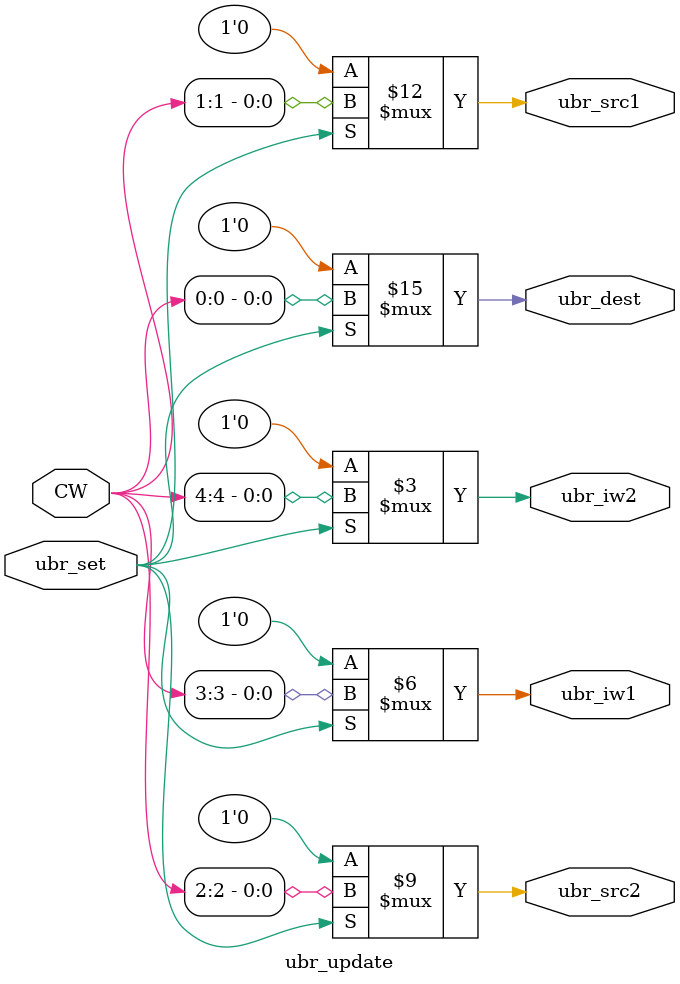
<source format=sv>
`timescale 1ns / 1ps


module ubr_update(
    input ubr_set,
    input [4:0] CW,          //CW[9:5]
  //  input clk,         
    output reg ubr_src1,
    output reg ubr_src2,
    output reg ubr_iw1,
    output reg ubr_iw2,
    output reg ubr_dest
    );
    
    always @(ubr_set)
        begin 
               if(ubr_set)                
                   begin
                         ubr_dest   <= CW[0];
                         ubr_src1   <= CW[1];
                         ubr_src2   <= CW[2];
                         ubr_iw1    <= CW[3];
                         ubr_iw2    <= CW[4];
                   end
                else
                    begin
                         ubr_dest   <= 0;
                         ubr_src1   <= 0;
                         ubr_src2   <= 0;
                         ubr_iw1    <= 0;
                         ubr_iw2    <= 0;
                    end               
         end
    
    
    
endmodule

</source>
